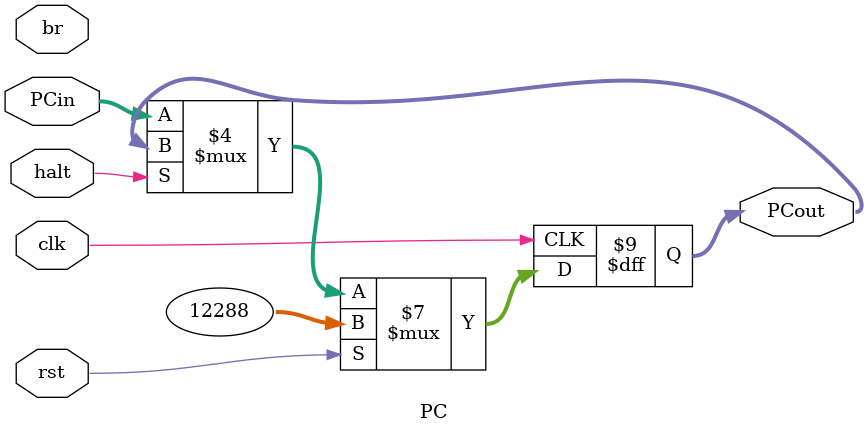
<source format=v>
`timescale 1ns / 1ps


module PC(
    input clk,
    input rst,
    input br,
    input halt,//停顿信号
    input [31:0] PCin,
    output reg [31:0] PCout
);
initial begin
    PCout <= 32'h3000;
end

always@(posedge clk) begin
    if(rst) PCout <= 32'h3000;
    else if(halt) PCout <= PCout;
    else PCout <= PCin;
end

endmodule

</source>
